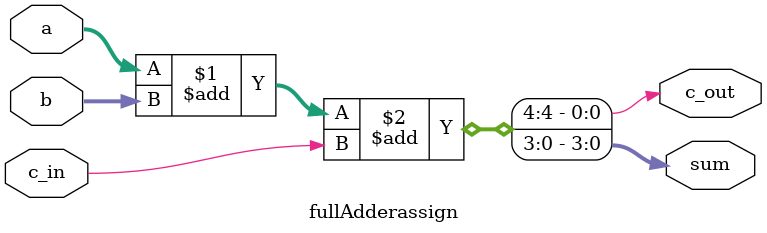
<source format=v>
`timescale 1ns / 1ps
module fullAdderassign (  input [3:0] a,  
                  input [3:0] b,  
                  input c_in,  
                  output c_out,  
                  output [3:0] sum);  
  
   assign {c_out, sum} = a + b + c_in;  
endmodule  

</source>
